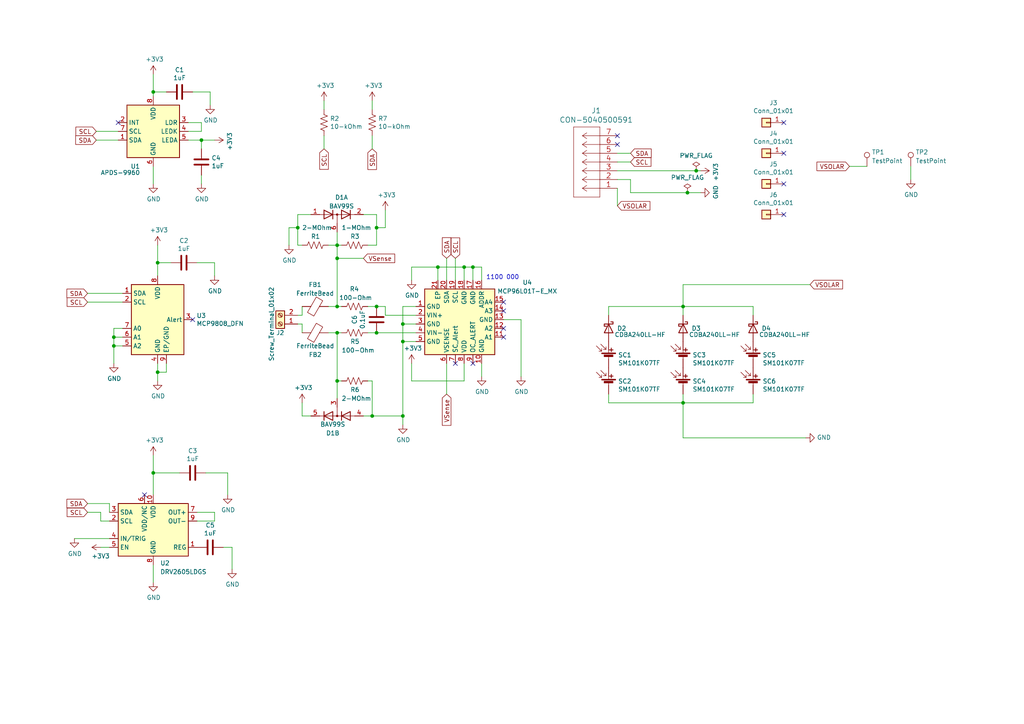
<source format=kicad_sch>
(kicad_sch (version 20211123) (generator eeschema)
  (paper "A4")
  (title_block (title "Solar Panel Board -Z") (date "2022-05-09") (rev "V1") (company "CPP BroncoSpace"))
  (lib_symbols
    (symbol "Connector:Screw_Terminal_01x02" (pin_names (offset 1.016) hide)
      (property "Reference" "J" (at 0 2.54 0))
      (property "Value" "Screw_Terminal_01x02" (at 0 -5.08 0))
      (symbol "Screw_Terminal_01x02_1_1"
        (rectangle (start -1.27 1.27) (end 1.27 -3.81) (stroke (width 0.254)) (fill (type background)))
        (circle (center 0 -2.54) (radius 0.635) (stroke (width 0.1524)))
        (polyline (pts (xy -0.5334 -2.2098) (xy 0.3302 -3.048)) (stroke (width 0.1524)))
        (polyline (pts (xy -0.5334 0.3302) (xy 0.3302 -0.508)) (stroke (width 0.1524)))
        (polyline (pts (xy -0.3556 -2.032) (xy 0.508 -2.8702)) (stroke (width 0.1524)))
        (polyline (pts (xy -0.3556 0.508) (xy 0.508 -0.3302)) (stroke (width 0.1524)))
        (circle (center 0 0) (radius 0.635) (stroke (width 0.1524)))
        (pin passive line (at -5.08 0 0) (length 3.81) (name "Pin_1") (number "1"))
        (pin passive line (at -5.08 -2.54 0) (length 3.81) (name "Pin_2") (number "2"))
      )
    )
    (symbol "Connector:TestPoint" (pin_numbers hide) (pin_names (offset 0.762) hide)
      (property "Reference" "TP" (at 0 6.858 0))
      (property "Value" "TestPoint" (at 0 5.08 0))
      (symbol "TestPoint_0_1"
        (circle (center 0 3.302) (radius 0.762))
      )
      (symbol "TestPoint_1_1"
        (pin passive line (at 0 0 90) (length 2.54) (name "1") (number "1"))
      )
    )
    (symbol "Connector_Generic:Conn_01x01" (pin_names (offset 1.016) hide)
      (property "Reference" "J" (at 0 2.54 0))
      (property "Value" "Conn_01x01" (at 0 -2.54 0))
      (symbol "Conn_01x01_1_1"
        (rectangle (start -1.27 0.127) (end 0 -0.127) (stroke (width 0.1524)))
        (rectangle (start -1.27 1.27) (end 1.27 -1.27) (stroke (width 0.254)) (fill (type background)))
        (pin passive line (at -5.08 0 0) (length 3.81) (name "Pin_1") (number "1"))
      )
    )
    (symbol "Device:C" (pin_numbers hide) (pin_names (offset 0.254))
      (property "Reference" "C" (at 0.635 2.54 0))
      (property "Value" "C" (at 0.635 -2.54 0))
      (symbol "C_0_1"
        (polyline (pts (xy -2.032 -0.762) (xy 2.032 -0.762)) (stroke (width 0.508)))
        (polyline (pts (xy -2.032 0.762) (xy 2.032 0.762)) (stroke (width 0.508)))
      )
      (symbol "C_1_1"
        (pin passive line (at 0 3.81 270) (length 2.794) (name "~") (number "1"))
        (pin passive line (at 0 -3.81 90) (length 2.794) (name "~") (number "2"))
      )
    )
    (symbol "Device:D_Schottky" (pin_numbers hide) (pin_names (offset 1.016) hide)
      (property "Reference" "D" (at 0 2.54 0))
      (property "Value" "D_Schottky" (at 0 -2.54 0))
      (symbol "D_Schottky_0_1"
        (polyline (pts (xy 1.27 0) (xy -1.27 0)))
        (polyline (pts (xy 1.27 1.27) (xy 1.27 -1.27) (xy -1.27 0) (xy 1.27 1.27)) (stroke (width 0.254)))
        (polyline (pts (xy -1.905 0.635) (xy -1.905 1.27) (xy -1.27 1.27) (xy -1.27 -1.27) (xy -0.635 -1.27) (xy -0.635 -0.635)) (stroke (width 0.254)))
      )
      (symbol "D_Schottky_1_1"
        (pin passive line (at -3.81 0 0) (length 2.54) (name "K") (number "1"))
        (pin passive line (at 3.81 0 180) (length 2.54) (name "A") (number "2"))
      )
    )
    (symbol "Device:FerriteBead" (pin_numbers hide) (pin_names (offset 0))
      (property "Reference" "FB" (at -3.81 0.635 90))
      (property "Value" "FerriteBead" (at 3.81 0 90))
      (symbol "FerriteBead_0_1"
        (polyline (pts (xy 0 -1.27) (xy 0 -1.2192)))
        (polyline (pts (xy 0 1.27) (xy 0 1.2954)))
        (polyline (pts (xy -2.7686 0.4064) (xy -1.7018 2.2606) (xy 2.7686 -0.3048) (xy 1.6764 -2.159) (xy -2.7686 0.4064)))
      )
      (symbol "FerriteBead_1_1"
        (pin passive line (at 0 3.81 270) (length 2.54) (name "~") (number "1"))
        (pin passive line (at 0 -3.81 90) (length 2.54) (name "~") (number "2"))
      )
    )
    (symbol "Device:R_US" (pin_numbers hide) (pin_names (offset 0))
      (property "Reference" "R" (at 2.54 0 90))
      (property "Value" "R_US" (at -2.54 0 90))
      (symbol "R_US_0_1"
        (polyline (pts (xy 0 -2.286) (xy 0 -2.54)))
        (polyline (pts (xy 0 2.286) (xy 0 2.54)))
        (polyline (pts (xy 0 -0.762) (xy 1.016 -1.143) (xy 0 -1.524) (xy -1.016 -1.905) (xy 0 -2.286)))
        (polyline (pts (xy 0 0.762) (xy 1.016 0.381) (xy 0 0) (xy -1.016 -0.381) (xy 0 -0.762)))
        (polyline (pts (xy 0 2.286) (xy 1.016 1.905) (xy 0 1.524) (xy -1.016 1.143) (xy 0 0.762)))
      )
      (symbol "R_US_1_1"
        (pin passive line (at 0 3.81 270) (length 1.27) (name "~") (number "1"))
        (pin passive line (at 0 -3.81 90) (length 1.27) (name "~") (number "2"))
      )
    )
    (symbol "Device:Solar_Cell" (pin_numbers hide) (pin_names (offset 0) hide)
      (property "Reference" "SC" (at 2.54 2.54 0))
      (property "Value" "Solar_Cell" (at 2.54 0 0))
      (symbol "Solar_Cell_0_1"
        (rectangle (start -2.032 1.778) (end 2.032 1.524) (fill (type outline)))
        (rectangle (start -1.3208 1.1938) (end 1.27 0.6858) (fill (type outline)))
        (polyline (pts (xy -2.032 2.286) (xy -3.556 3.81)))
        (polyline (pts (xy -0.762 2.794) (xy -2.286 4.318)))
        (polyline (pts (xy 0 0.762) (xy 0 0)))
        (polyline (pts (xy 0 1.778) (xy 0 2.54)))
        (polyline (pts (xy 0.254 2.667) (xy 1.27 2.667)) (stroke (width 0.254)))
        (polyline (pts (xy 0.762 3.175) (xy 0.762 2.159)) (stroke (width 0.254)))
        (polyline (pts (xy -2.032 3.048) (xy -2.032 2.286) (xy -2.794 2.286)))
        (polyline (pts (xy -0.762 3.556) (xy -0.762 2.794) (xy -1.524 2.794)))
      )
      (symbol "Solar_Cell_1_1"
        (pin passive line (at 0 5.08 270) (length 2.54) (name "+") (number "1"))
        (pin passive line (at 0 -2.54 90) (length 2.54) (name "-") (number "2"))
      )
    )
    (symbol "Diode:BAV99S" (pin_names (offset 0.0254) hide)
      (property "Reference" "D" (at 0 2.54 0))
      (property "Value" "BAV99S" (at 0 5.08 0))
      (symbol "BAV99S_0_1"
        (polyline (pts (xy -5.08 0) (xy 5.08 0)))
        (polyline (pts (xy 0 0) (xy 0 -2.54)))
        (polyline (pts (xy -1.27 -1.27) (xy -1.27 1.27) (xy -1.27 1.27)) (stroke (width 0.254)))
        (polyline (pts (xy 3.81 1.27) (xy 3.81 -1.27) (xy 3.81 -1.27)) (stroke (width 0.254)))
        (polyline (pts (xy -3.81 1.27) (xy -1.27 0) (xy -3.81 -1.27) (xy -3.81 1.27) (xy -3.81 1.27) (xy -3.81 1.27)) (stroke (width 0.254)))
        (polyline (pts (xy 1.27 1.27) (xy 3.81 0) (xy 1.27 -1.27) (xy 1.27 1.27) (xy 1.27 1.27) (xy 1.27 1.27)) (stroke (width 0.254)))
        (circle (center 0 0) (radius 0.254) (fill (type outline)))
      )
      (symbol "BAV99S_1_1"
        (polyline (pts (xy 6.35 0) (xy 7.62 0)))
        (pin passive line (at -7.62 0 0) (length 2.54) (name "A1") (number "1"))
        (pin passive line (at 7.62 0 180) (length 2.54) (name "K2") (number "2"))
        (pin passive line (at 0 -5.08 90) (length 2.54) (name "K3A4") (number "6"))
      )
      (symbol "BAV99S_2_1"
        (polyline (pts (xy 6.35 0) (xy 7.62 0)))
        (pin passive line (at 0 -5.08 90) (length 2.54) (name "K1A2") (number "3"))
        (pin passive line (at -7.62 0 0) (length 2.54) (name "A3") (number "4"))
        (pin passive line (at 7.62 0 180) (length 2.54) (name "K4") (number "5"))
      )
    )
    (symbol "Driver_Haptic:DRV2605LDGS"
      (property "Reference" "U" (at -10.16 8.255 0))
      (property "Value" "DRV2605LDGS" (at 2.54 -8.89 0))
      (symbol "DRV2605LDGS_0_1"
        (rectangle (start -10.16 7.62) (end 10.16 -7.62) (stroke (width 0.254)) (fill (type background)))
      )
      (symbol "DRV2605LDGS_1_1"
        (pin passive line (at 12.7 -5.08 180) (length 2.54) (name "REG") (number "1"))
        (pin power_in line (at 0 10.16 270) (length 2.54) (name "VDD") (number "10"))
        (pin input line (at -12.7 2.54 0) (length 2.54) (name "SCL") (number "2"))
        (pin bidirectional line (at -12.7 5.08 0) (length 2.54) (name "SDA") (number "3"))
        (pin input line (at -12.7 -2.54 0) (length 2.54) (name "IN/TRIG") (number "4"))
        (pin input line (at -12.7 -5.08 0) (length 2.54) (name "EN") (number "5"))
        (pin power_in line (at -2.54 10.16 270) (length 2.54) (name "VDD/NC") (number "6"))
        (pin output line (at 12.7 5.08 180) (length 2.54) (name "OUT+") (number "7"))
        (pin power_in line (at 0 -10.16 90) (length 2.54) (name "GND") (number "8"))
        (pin output line (at 12.7 2.54 180) (length 2.54) (name "OUT-") (number "9"))
      )
    )
    (symbol "Sensor_Temperature:MCP9808_DFN"
      (property "Reference" "U" (at -6.35 11.43 0))
      (property "Value" "MCP9808_DFN" (at 10.16 11.43 0))
      (symbol "MCP9808_DFN_0_1"
        (rectangle (start -7.62 10.16) (end 7.62 -10.16) (stroke (width 0.254)) (fill (type background)))
      )
      (symbol "MCP9808_DFN_1_1"
        (pin bidirectional line (at -10.16 7.62 0) (length 2.54) (name "SDA") (number "1"))
        (pin input line (at -10.16 5.08 0) (length 2.54) (name "SCL") (number "2"))
        (pin output line (at 10.16 0 180) (length 2.54) (name "Alert") (number "3"))
        (pin power_in line (at 0 -12.7 90) (length 2.54) (name "GND") (number "4"))
        (pin input line (at -10.16 -7.62 0) (length 2.54) (name "A2") (number "5"))
        (pin input line (at -10.16 -5.08 0) (length 2.54) (name "A1") (number "6"))
        (pin input line (at -10.16 -2.54 0) (length 2.54) (name "A0") (number "7"))
        (pin power_in line (at 0 12.7 270) (length 2.54) (name "VDD") (number "8"))
        (pin power_in line (at 2.54 -12.7 90) (length 2.54) (name "EP/GND") (number "9"))
      )
    )
    (symbol "XYFaces-rescue:APDS-9960-ExtraComponents"
      (property "Reference" "U" (at -7.62 8.89 0))
      (property "Value" "APDS-9960-ExtraComponents" (at 1.27 8.89 0))
      (symbol "APDS-9960-ExtraComponents_0_1"
        (rectangle (start -7.62 7.62) (end 7.62 -7.62) (stroke (width 0.254)) (fill (type background)))
      )
      (symbol "APDS-9960-ExtraComponents_1_1"
        (pin bidirectional line (at -10.16 -2.54 0) (length 2.54) (name "SDA") (number "1"))
        (pin output line (at -10.16 2.54 0) (length 2.54) (name "INT") (number "2"))
        (pin passive line (at 10.16 2.54 180) (length 2.54) (name "LDR") (number "3"))
        (pin passive line (at 10.16 0 180) (length 2.54) (name "LEDK") (number "4"))
        (pin input line (at 10.16 -2.54 180) (length 2.54) (name "LEDA") (number "5"))
        (pin power_in line (at 0 -10.16 90) (length 2.54) (name "GND") (number "6"))
        (pin output line (at -10.16 0 0) (length 2.54) (name "SCL") (number "7"))
        (pin power_in line (at 0 10.16 270) (length 2.54) (name "VDD") (number "8"))
      )
    )
    (symbol "Y2BoardComponents:MCP96L01T-E_MX"
      (property "Reference" "U" (at -10.16 8.255 0))
      (property "Value" "MCP96L01T-E_MX" (at 3.81 -12.7 0))
      (symbol "MCP96L01T-E_MX_0_1"
        (rectangle (start -10.16 7.62) (end 10.16 -11.43) (stroke (width 0.254)) (fill (type background)))
      )
      (symbol "MCP96L01T-E_MX_1_1"
        (pin power_in line (at -12.7 2.54 0) (length 2.54) (name "GND") (number "1"))
        (pin power_in line (at 6.35 -13.97 90) (length 2.54) (name "GND") (number "10"))
        (pin output line (at 12.7 -6.35 180) (length 2.54) (name "A1") (number "11"))
        (pin output line (at 12.7 -3.81 180) (length 2.54) (name "A2") (number "12"))
        (pin power_in line (at 12.7 -1.27 180) (length 2.54) (name "GND") (number "13"))
        (pin output line (at 12.7 1.27 180) (length 2.54) (name "A3") (number "14"))
        (pin output line (at 12.7 3.81 180) (length 2.54) (name "A4") (number "15"))
        (pin input line (at 6.35 10.16 270) (length 2.54) (name "ADDR") (number "16"))
        (pin power_in line (at 3.81 10.16 270) (length 2.54) (name "GND") (number "17"))
        (pin power_in line (at 1.27 10.16 270) (length 2.54) (name "GND") (number "18"))
        (pin input line (at -1.27 10.16 270) (length 2.54) (name "SCL") (number "19"))
        (pin power_in line (at -12.7 0 0) (length 2.54) (name "VIN+") (number "2"))
        (pin input line (at -3.81 10.16 270) (length 2.54) (name "SDA") (number "20"))
        (pin power_in line (at -6.35 10.16 270) (length 2.54) (name "EP") (number "21"))
        (pin power_in line (at -12.7 -2.54 0) (length 2.54) (name "GND") (number "3"))
        (pin power_in line (at -12.7 -5.08 0) (length 2.54) (name "VIN-") (number "4"))
        (pin power_in line (at -12.7 -7.62 0) (length 2.54) (name "GND") (number "5"))
        (pin passive line (at -3.81 -13.97 90) (length 2.54) (name "VSENSE") (number "6"))
        (pin output line (at -1.27 -13.97 90) (length 2.54) (name "SC_Alert") (number "7"))
        (pin power_in line (at 1.27 -13.97 90) (length 2.54) (name "VDD") (number "8"))
        (pin output line (at 3.81 -13.97 90) (length 2.54) (name "OC_ALERT") (number "9"))
      )
    )
    (symbol "power:GND" (power) (pin_names (offset 0))
      (property "Value" "GND" (at 0 -3.81 0))
      (symbol "GND_0_1"
        (polyline (pts (xy 0 0) (xy 0 -1.27) (xy 1.27 -1.27) (xy 0 -2.54) (xy -1.27 -1.27) (xy 0 -1.27)))
      )
      (symbol "GND_1_1"
        (pin power_in line (at 0 0 270) (length 0) hide (name "GND") (number "1"))
      )
    )
    (symbol "power:PWR_FLAG" (power) (pin_numbers hide) (pin_names (offset 0) hide)
      (property "Value" "PWR_FLAG" (at 0 3.81 0))
      (symbol "PWR_FLAG_0_0"
        (pin power_out line (at 0 0 90) (length 0) (name "pwr") (number "1"))
      )
      (symbol "PWR_FLAG_0_1"
        (polyline (pts (xy 0 0) (xy 0 1.27) (xy -1.016 1.905) (xy 0 2.54) (xy 1.016 1.905) (xy 0 1.27)))
      )
    )
    (symbol "solar-panel-side-Z-rescue:+3.3V-power" (power) (pin_names (offset 0))
      (property "Value" "+3.3V-power" (at 0 3.556 0))
      (symbol "+3.3V-power_0_1"
        (polyline (pts (xy -0.762 1.27) (xy 0 2.54)))
        (polyline (pts (xy 0 0) (xy 0 2.54)))
        (polyline (pts (xy 0 2.54) (xy 0.762 1.27)))
      )
      (symbol "+3.3V-power_1_1"
        (pin power_in line (at 0 0 90) (length 0) hide (name "+3V3") (number "1"))
      )
    )
    (symbol "solar-panel-side-Z-rescue:CON-5040500591-ExtraComponents" (pin_names (offset 0.254) hide)
      (property "Reference" "J" (at 8.89 6.35 0))
      (property "Value" "CON-5040500591-ExtraComponents" (at 10.16 -7.62 0))
      (symbol "CON-5040500591-ExtraComponents_1_1"
        (polyline (pts (xy 5.08 -17.78) (xy 12.7 -17.78)) (stroke (width 0.127)))
        (polyline (pts (xy 5.08 2.54) (xy 5.08 -17.78)) (stroke (width 0.127)))
        (polyline (pts (xy 10.16 -15.24) (xy 5.08 -15.24)) (stroke (width 0.127)))
        (polyline (pts (xy 10.16 -15.24) (xy 8.89 -16.0782)) (stroke (width 0.127)))
        (polyline (pts (xy 10.16 -15.24) (xy 8.89 -14.4018)) (stroke (width 0.127)))
        (polyline (pts (xy 10.16 -12.7) (xy 5.08 -12.7)) (stroke (width 0.127)))
        (polyline (pts (xy 10.16 -12.7) (xy 8.89 -13.5382)) (stroke (width 0.127)))
        (polyline (pts (xy 10.16 -12.7) (xy 8.89 -11.8618)) (stroke (width 0.127)))
        (polyline (pts (xy 10.16 -10.16) (xy 5.08 -10.16)) (stroke (width 0.127)))
        (polyline (pts (xy 10.16 -10.16) (xy 8.89 -10.9982)) (stroke (width 0.127)))
        (polyline (pts (xy 10.16 -10.16) (xy 8.89 -9.3218)) (stroke (width 0.127)))
        (polyline (pts (xy 10.16 -7.62) (xy 5.08 -7.62)) (stroke (width 0.127)))
        (polyline (pts (xy 10.16 -7.62) (xy 8.89 -8.4582)) (stroke (width 0.127)))
        (polyline (pts (xy 10.16 -7.62) (xy 8.89 -6.7818)) (stroke (width 0.127)))
        (polyline (pts (xy 10.16 -5.08) (xy 5.08 -5.08)) (stroke (width 0.127)))
        (polyline (pts (xy 10.16 -5.08) (xy 8.89 -5.9182)) (stroke (width 0.127)))
        (polyline (pts (xy 10.16 -5.08) (xy 8.89 -4.2418)) (stroke (width 0.127)))
        (polyline (pts (xy 10.16 -2.54) (xy 5.08 -2.54)) (stroke (width 0.127)))
        (polyline (pts (xy 10.16 -2.54) (xy 8.89 -3.3782)) (stroke (width 0.127)))
        (polyline (pts (xy 10.16 -2.54) (xy 8.89 -1.7018)) (stroke (width 0.127)))
        (polyline (pts (xy 10.16 0) (xy 5.08 0)) (stroke (width 0.127)))
        (polyline (pts (xy 10.16 0) (xy 8.89 -0.8382)) (stroke (width 0.127)))
        (polyline (pts (xy 10.16 0) (xy 8.89 0.8382)) (stroke (width 0.127)))
        (polyline (pts (xy 12.7 -17.78) (xy 12.7 2.54)) (stroke (width 0.127)))
        (polyline (pts (xy 12.7 2.54) (xy 5.08 2.54)) (stroke (width 0.127)))
        (pin unspecified line (at 0 0 0) (length 5.08) (name "1") (number "1"))
        (pin unspecified line (at 0 -2.54 0) (length 5.08) (name "2") (number "2"))
        (pin unspecified line (at 0 -5.08 0) (length 5.08) (name "3") (number "3"))
        (pin unspecified line (at 0 -7.62 0) (length 5.08) (name "4") (number "4"))
        (pin unspecified line (at 0 -10.16 0) (length 5.08) (name "5") (number "5"))
        (pin unspecified line (at 0 -12.7 0) (length 5.08) (name "6") (number "6"))
        (pin unspecified line (at 0 -15.24 0) (length 5.08) (name "7") (number "7"))
      )
    )
  )
  (junction (at 45.72 107.95))
  (junction (at 201.93 49.53))
  (junction (at 109.22 88.9))
  (junction (at 137.16 77.47))
  (junction (at 116.84 93.98))
  (junction (at 97.79 96.52))
  (junction (at 33.02 100.33))
  (junction (at 44.45 137.16))
  (junction (at 199.39 55.88))
  (junction (at 109.22 66.04))
  (junction (at 116.84 120.65))
  (junction (at 198.12 88.9))
  (junction (at 109.22 96.52))
  (junction (at 198.12 116.84))
  (junction (at 97.79 88.9))
  (junction (at 86.36 66.04))
  (junction (at 45.72 76.2))
  (junction (at 127 77.47))
  (junction (at 97.79 110.49))
  (junction (at 134.62 77.47))
  (junction (at 58.42 40.64))
  (junction (at 116.84 99.06))
  (junction (at 44.45 26.67))
  (junction (at 97.79 74.93))
  (junction (at 97.79 71.12))
  (junction (at 107.95 120.65))
  (junction (at 33.02 97.79))
  (no_connect (at 137.16 105.41))
  (no_connect (at 146.05 87.63))
  (no_connect (at 179.07 39.37))
  (no_connect (at 146.05 97.79))
  (no_connect (at 227.33 53.34))
  (no_connect (at 146.05 90.17))
  (no_connect (at 227.33 44.45))
  (no_connect (at 132.08 105.41))
  (no_connect (at 146.05 95.25))
  (no_connect (at 41.91 143.51))
  (no_connect (at 55.88 92.71))
  (no_connect (at 179.07 41.91))
  (no_connect (at 34.29 35.56))
  (no_connect (at 227.33 35.56))
  (no_connect (at 227.33 62.23))
  (wire (pts (xy 146.05 92.71) (xy 151.13 92.71)))
  (wire (pts (xy 25.4 87.63) (xy 35.56 87.63)))
  (wire (pts (xy 198.12 82.55) (xy 234.95 82.55)))
  (wire (pts (xy 44.45 26.67) (xy 44.45 27.94)))
  (wire (pts (xy 116.84 99.06) (xy 120.65 99.06)))
  (wire (pts (xy 107.95 31.75) (xy 107.95 29.21)))
  (wire (pts (xy 90.17 120.65) (xy 87.63 120.65)))
  (wire (pts (xy 48.26 107.95) (xy 45.72 107.95)))
  (wire (pts (xy 33.02 95.25) (xy 33.02 97.79)))
  (wire (pts (xy 134.62 105.41) (xy 134.62 110.49)))
  (wire (pts (xy 29.21 148.59) (xy 29.21 151.13)))
  (wire (pts (xy 86.36 71.12) (xy 87.63 71.12)))
  (wire (pts (xy 44.45 137.16) (xy 44.45 143.51)))
  (wire (pts (xy 107.95 110.49) (xy 107.95 120.65)))
  (wire (pts (xy 129.54 74.93) (xy 129.54 81.28)))
  (wire (pts (xy 31.75 146.05) (xy 31.75 148.59)))
  (wire (pts (xy 62.23 76.2) (xy 62.23 80.01)))
  (wire (pts (xy 137.16 77.47) (xy 139.7 77.47)))
  (wire (pts (xy 198.12 116.84) (xy 218.44 116.84)))
  (wire (pts (xy 58.42 40.64) (xy 62.23 40.64)))
  (wire (pts (xy 86.36 66.04) (xy 83.82 66.04)))
  (wire (pts (xy 45.72 76.2) (xy 45.72 80.01)))
  (wire (pts (xy 97.79 67.31) (xy 97.79 71.12)))
  (wire (pts (xy 116.84 93.98) (xy 116.84 99.06)))
  (wire (pts (xy 86.36 62.23) (xy 90.17 62.23)))
  (wire (pts (xy 106.68 71.12) (xy 109.22 71.12)))
  (wire (pts (xy 109.22 71.12) (xy 109.22 66.04)))
  (wire (pts (xy 139.7 77.47) (xy 139.7 81.28)))
  (wire (pts (xy 97.79 88.9) (xy 97.79 74.93)))
  (wire (pts (xy 251.46 48.26) (xy 246.38 48.26)))
  (wire (pts (xy 48.26 105.41) (xy 48.26 107.95)))
  (wire (pts (xy 55.88 26.67) (xy 60.96 26.67)))
  (wire (pts (xy 129.54 105.41) (xy 129.54 114.3)))
  (wire (pts (xy 111.76 91.44) (xy 111.76 88.9)))
  (wire (pts (xy 120.65 88.9) (xy 116.84 88.9)))
  (wire (pts (xy 60.96 26.67) (xy 60.96 30.48)))
  (wire (pts (xy 86.36 62.23) (xy 86.36 66.04)))
  (wire (pts (xy 86.36 91.44) (xy 87.63 91.44)))
  (wire (pts (xy 97.79 96.52) (xy 99.06 96.52)))
  (wire (pts (xy 44.45 163.83) (xy 44.45 168.91)))
  (wire (pts (xy 33.02 97.79) (xy 33.02 100.33)))
  (wire (pts (xy 201.93 49.53) (xy 203.2 49.53)))
  (wire (pts (xy 198.12 91.44) (xy 198.12 88.9)))
  (wire (pts (xy 97.79 71.12) (xy 95.25 71.12)))
  (wire (pts (xy 57.15 151.13) (xy 62.23 151.13)))
  (wire (pts (xy 198.12 88.9) (xy 218.44 88.9)))
  (wire (pts (xy 97.79 96.52) (xy 97.79 110.49)))
  (wire (pts (xy 119.38 77.47) (xy 119.38 81.28)))
  (wire (pts (xy 86.36 93.98) (xy 87.63 93.98)))
  (wire (pts (xy 107.95 39.37) (xy 107.95 43.18)))
  (wire (pts (xy 25.4 85.09) (xy 35.56 85.09)))
  (wire (pts (xy 57.15 148.59) (xy 62.23 148.59)))
  (wire (pts (xy 106.68 110.49) (xy 107.95 110.49)))
  (wire (pts (xy 27.94 40.64) (xy 34.29 40.64)))
  (wire (pts (xy 58.42 50.8) (xy 58.42 53.34)))
  (wire (pts (xy 139.7 105.41) (xy 139.7 109.22)))
  (wire (pts (xy 25.4 148.59) (xy 29.21 148.59)))
  (wire (pts (xy 87.63 88.9) (xy 87.63 91.44)))
  (wire (pts (xy 179.07 46.99) (xy 182.88 46.99)))
  (wire (pts (xy 116.84 93.98) (xy 120.65 93.98)))
  (wire (pts (xy 45.72 76.2) (xy 49.53 76.2)))
  (wire (pts (xy 45.72 107.95) (xy 45.72 110.49)))
  (wire (pts (xy 151.13 92.71) (xy 151.13 109.22)))
  (wire (pts (xy 198.12 127) (xy 233.68 127)))
  (wire (pts (xy 87.63 116.84) (xy 87.63 120.65)))
  (wire (pts (xy 95.25 96.52) (xy 97.79 96.52)))
  (wire (pts (xy 93.98 31.75) (xy 93.98 29.21)))
  (wire (pts (xy 109.22 66.04) (xy 111.76 66.04)))
  (wire (pts (xy 176.53 88.9) (xy 198.12 88.9)))
  (wire (pts (xy 97.79 110.49) (xy 97.79 115.57)))
  (wire (pts (xy 44.45 21.59) (xy 44.45 26.67)))
  (wire (pts (xy 120.65 91.44) (xy 111.76 91.44)))
  (wire (pts (xy 54.61 35.56) (xy 58.42 35.56)))
  (wire (pts (xy 58.42 40.64) (xy 58.42 43.18)))
  (wire (pts (xy 29.21 158.75) (xy 31.75 158.75)))
  (wire (pts (xy 25.4 146.05) (xy 31.75 146.05)))
  (wire (pts (xy 93.98 43.18) (xy 93.98 39.37)))
  (wire (pts (xy 198.12 127) (xy 198.12 116.84)))
  (wire (pts (xy 127 77.47) (xy 119.38 77.47)))
  (wire (pts (xy 116.84 99.06) (xy 116.84 120.65)))
  (wire (pts (xy 107.95 120.65) (xy 116.84 120.65)))
  (wire (pts (xy 44.45 137.16) (xy 52.07 137.16)))
  (wire (pts (xy 176.53 116.84) (xy 198.12 116.84)))
  (wire (pts (xy 45.72 71.12) (xy 45.72 76.2)))
  (wire (pts (xy 107.95 120.65) (xy 105.41 120.65)))
  (wire (pts (xy 97.79 88.9) (xy 99.06 88.9)))
  (wire (pts (xy 58.42 38.1) (xy 54.61 38.1)))
  (wire (pts (xy 198.12 116.84) (xy 198.12 114.3)))
  (wire (pts (xy 59.69 137.16) (xy 66.04 137.16)))
  (wire (pts (xy 83.82 66.04) (xy 83.82 71.12)))
  (wire (pts (xy 182.88 55.88) (xy 199.39 55.88)))
  (wire (pts (xy 97.79 71.12) (xy 97.79 74.93)))
  (wire (pts (xy 116.84 88.9) (xy 116.84 93.98)))
  (wire (pts (xy 137.16 81.28) (xy 137.16 77.47)))
  (wire (pts (xy 134.62 77.47) (xy 134.62 81.28)))
  (wire (pts (xy 66.04 137.16) (xy 66.04 143.51)))
  (wire (pts (xy 182.88 52.07) (xy 182.88 55.88)))
  (wire (pts (xy 29.21 151.13) (xy 31.75 151.13)))
  (wire (pts (xy 137.16 77.47) (xy 134.62 77.47)))
  (wire (pts (xy 109.22 88.9) (xy 111.76 88.9)))
  (wire (pts (xy 127 77.47) (xy 127 81.28)))
  (wire (pts (xy 64.77 158.75) (xy 67.31 158.75)))
  (wire (pts (xy 44.45 26.67) (xy 48.26 26.67)))
  (wire (pts (xy 132.08 74.93) (xy 132.08 81.28)))
  (wire (pts (xy 119.38 110.49) (xy 119.38 105.41)))
  (wire (pts (xy 58.42 35.56) (xy 58.42 38.1)))
  (wire (pts (xy 176.53 88.9) (xy 176.53 91.44)))
  (wire (pts (xy 35.56 97.79) (xy 33.02 97.79)))
  (wire (pts (xy 198.12 88.9) (xy 198.12 82.55)))
  (wire (pts (xy 105.41 62.23) (xy 109.22 62.23)))
  (wire (pts (xy 134.62 77.47) (xy 127 77.47)))
  (wire (pts (xy 218.44 116.84) (xy 218.44 114.3)))
  (wire (pts (xy 87.63 96.52) (xy 87.63 93.98)))
  (wire (pts (xy 199.39 55.88) (xy 203.2 55.88)))
  (wire (pts (xy 62.23 151.13) (xy 62.23 148.59)))
  (wire (pts (xy 179.07 54.61) (xy 179.07 59.69)))
  (wire (pts (xy 109.22 96.52) (xy 120.65 96.52)))
  (wire (pts (xy 116.84 120.65) (xy 116.84 123.19)))
  (wire (pts (xy 44.45 132.08) (xy 44.45 137.16)))
  (wire (pts (xy 218.44 91.44) (xy 218.44 88.9)))
  (wire (pts (xy 27.94 38.1) (xy 34.29 38.1)))
  (wire (pts (xy 179.07 49.53) (xy 201.93 49.53)))
  (wire (pts (xy 21.59 156.21) (xy 31.75 156.21)))
  (wire (pts (xy 67.31 158.75) (xy 67.31 165.1)))
  (wire (pts (xy 99.06 110.49) (xy 97.79 110.49)))
  (wire (pts (xy 33.02 100.33) (xy 33.02 105.41)))
  (wire (pts (xy 45.72 105.41) (xy 45.72 107.95)))
  (wire (pts (xy 106.68 96.52) (xy 109.22 96.52)))
  (wire (pts (xy 97.79 74.93) (xy 105.41 74.93)))
  (wire (pts (xy 35.56 95.25) (xy 33.02 95.25)))
  (wire (pts (xy 97.79 71.12) (xy 99.06 71.12)))
  (wire (pts (xy 106.68 88.9) (xy 109.22 88.9)))
  (wire (pts (xy 35.56 100.33) (xy 33.02 100.33)))
  (wire (pts (xy 179.07 52.07) (xy 182.88 52.07)))
  (wire (pts (xy 57.15 76.2) (xy 62.23 76.2)))
  (wire (pts (xy 95.25 88.9) (xy 97.79 88.9)))
  (wire (pts (xy 109.22 66.04) (xy 109.22 62.23)))
  (wire (pts (xy 111.76 66.04) (xy 111.76 60.96)))
  (wire (pts (xy 86.36 66.04) (xy 86.36 71.12)))
  (wire (pts (xy 134.62 110.49) (xy 119.38 110.49)))
  (wire (pts (xy 264.16 48.26) (xy 264.16 52.07)))
  (wire (pts (xy 44.45 48.26) (xy 44.45 53.34)))
  (wire (pts (xy 176.53 116.84) (xy 176.53 114.3)))
  (wire (pts (xy 54.61 40.64) (xy 58.42 40.64)))
  (wire (pts (xy 179.07 44.45) (xy 182.88 44.45)))
  (text "1100 000" (at 140.97 81.28 0) (effects (font (size 1.27 1.27)) (justify left bottom)))
  (global_label "SCL" (shape input) (at 25.4 87.63 180) (property "Intersheet References" "${INTERSHEET_REFS}" (effects hide)))
  (global_label "SDA" (shape input) (at 107.95 43.18 270) (property "Intersheet References" "${INTERSHEET_REFS}" (effects hide)))
  (global_label "SDA" (shape input) (at 27.94 40.64 180) (property "Intersheet References" "${INTERSHEET_REFS}" (effects hide)))
  (global_label "SCL" (shape input) (at 182.88 46.99 0) (property "Intersheet References" "${INTERSHEET_REFS}" (effects hide)))
  (global_label "SCL" (shape input) (at 93.98 43.18 270) (property "Intersheet References" "${INTERSHEET_REFS}" (effects hide)))
  (global_label "VSOLAR" (shape input) (at 234.95 82.55 0) (property "Intersheet References" "${INTERSHEET_REFS}" (effects hide)))
  (global_label "SCL" (shape input) (at 25.4 148.59 180) (property "Intersheet References" "${INTERSHEET_REFS}" (effects hide)))
  (global_label "VSense" (shape input) (at 105.41 74.93 0) (property "Intersheet References" "${INTERSHEET_REFS}" (effects hide)))
  (global_label "SDA" (shape input) (at 129.54 74.93 90) (property "Intersheet References" "${INTERSHEET_REFS}" (effects hide)))
  (global_label "VSense" (shape input) (at 129.54 114.3 270) (property "Intersheet References" "${INTERSHEET_REFS}" (effects hide)))
  (global_label "SDA" (shape input) (at 25.4 146.05 180) (property "Intersheet References" "${INTERSHEET_REFS}" (effects hide)))
  (global_label "VSOLAR" (shape input) (at 246.38 48.26 180) (property "Intersheet References" "${INTERSHEET_REFS}" (effects hide)))
  (global_label "VSOLAR" (shape input) (at 179.07 59.69 0) (property "Intersheet References" "${INTERSHEET_REFS}" (effects hide)))
  (global_label "SDA" (shape input) (at 25.4 85.09 180) (property "Intersheet References" "${INTERSHEET_REFS}" (effects hide)))
  (global_label "SDA" (shape input) (at 182.88 44.45 0) (property "Intersheet References" "${INTERSHEET_REFS}" (effects hide)))
  (global_label "SCL" (shape input) (at 132.08 74.93 90) (property "Intersheet References" "${INTERSHEET_REFS}" (effects hide)))
  (global_label "SCL" (shape input) (at 27.94 38.1 180) (property "Intersheet References" "${INTERSHEET_REFS}" (effects hide)))
  (symbol (lib_id "Device:D_Schottky") (at 176.53 95.25 270) (unit 1)
    (property "Reference" "D2" (at 180.34 95.25 90))
    (property "Value" "CDBA240LL-HF" (at 193.04 97.79 90) (effects (justify right bottom)))
    (property "Footprint" "SolarPanelBoards:DO-214AC" (effects hide))
  )
  (symbol (lib_id "Device:Solar_Cell") (at 176.53 111.76 0) (unit 1)
    (property "Reference" "SC2" (at 179.2732 110.5916 0) (effects (justify left)))
    (property "Value" "SM101K07TF" (at 179.2732 112.903 0) (effects (justify left)))
    (property "Footprint" "SolarPanelBoards:KXOB101K08F-TR" (effects hide))
  )
  (symbol (lib_id "Device:Solar_Cell") (at 198.12 104.14 0) (unit 1)
    (property "Reference" "SC3" (at 200.8632 102.9716 0) (effects (justify left)))
    (property "Value" "SM101K07TF" (at 200.8632 105.283 0) (effects (justify left)))
    (property "Footprint" "SolarPanelBoards:KXOB101K08F-TR" (effects hide))
  )
  (symbol (lib_id "Device:Solar_Cell") (at 198.12 111.76 0) (unit 1)
    (property "Reference" "SC4" (at 200.8632 110.5916 0) (effects (justify left)))
    (property "Value" "SM101K07TF" (at 200.8632 112.903 0) (effects (justify left)))
    (property "Footprint" "SolarPanelBoards:KXOB101K08F-TR" (effects hide))
  )
  (symbol (lib_id "Device:Solar_Cell") (at 176.53 104.14 0) (unit 1)
    (property "Reference" "SC1" (at 179.2732 102.9716 0) (effects (justify left)))
    (property "Value" "SM101K07TF" (at 179.2732 105.283 0) (effects (justify left)))
    (property "Footprint" "SolarPanelBoards:KXOB101K08F-TR" (effects hide))
  )
  (symbol (lib_id "Device:D_Schottky") (at 198.12 95.25 270) (unit 1)
    (property "Reference" "D3" (at 201.93 95.25 90))
    (property "Value" "CDBA240LL-HF" (at 214.63 97.79 90) (effects (justify right bottom)))
    (property "Footprint" "SolarPanelBoards:DO-214AC" (effects hide))
  )
  (symbol (lib_id "power:GND") (at 233.68 127 90) (unit 1)
    (property "Reference" "#PWR023" (effects hide))
    (property "Value" "GND" (at 236.9312 126.873 90) (effects (justify right)))
  )
  (symbol (lib_id "solar-panel-side-Z-rescue:+3.3V-power") (at 203.2 49.53 270) (unit 1)
    (property "Reference" "#PWR021" (effects hide))
    (property "Value" "+3.3V" (at 207.5942 49.911 0))
  )
  (symbol (lib_id "power:PWR_FLAG") (at 201.93 49.53 0) (unit 1)
    (property "Reference" "#FLG02" (effects hide))
    (property "Value" "PWR_FLAG" (at 201.93 45.1358 0))
  )
  (symbol (lib_id "power:PWR_FLAG") (at 199.39 55.88 0) (unit 1)
    (property "Reference" "#FLG01" (effects hide))
    (property "Value" "PWR_FLAG" (at 199.39 51.4858 0))
  )
  (symbol (lib_id "power:GND") (at 203.2 55.88 90) (unit 1)
    (property "Reference" "#PWR022" (effects hide))
    (property "Value" "GND" (at 207.5942 55.753 0))
  )
  (symbol (lib_id "Device:Solar_Cell") (at 218.44 111.76 0) (unit 1)
    (property "Reference" "SC6" (at 221.1832 110.5916 0) (effects (justify left)))
    (property "Value" "SM101K07TF" (at 221.1832 112.903 0) (effects (justify left)))
    (property "Footprint" "SolarPanelBoards:KXOB101K08F-TR" (effects hide))
  )
  (symbol (lib_id "Device:Solar_Cell") (at 218.44 104.14 0) (unit 1)
    (property "Reference" "SC5" (at 221.1832 102.9716 0) (effects (justify left)))
    (property "Value" "SM101K07TF" (at 221.1832 105.283 0) (effects (justify left)))
    (property "Footprint" "SolarPanelBoards:KXOB101K08F-TR" (effects hide))
  )
  (symbol (lib_id "Device:D_Schottky") (at 218.44 95.25 270) (unit 1)
    (property "Reference" "D4" (at 222.25 95.25 90))
    (property "Value" "CDBA240LL-HF" (at 234.95 97.79 90) (effects (justify right bottom)))
    (property "Footprint" "SolarPanelBoards:DO-214AC" (effects hide))
  )
  (symbol (lib_id "solar-panel-side-Z-rescue:CON-5040500591-ExtraComponents") (at 179.07 54.61 180) (unit 1)
    (property "Reference" "J1" (at 172.9232 32.0802 0) (effects (font (size 1.524 1.524))))
    (property "Value" "CON-5040500591" (at 172.9232 34.7726 0) (effects (font (size 1.524 1.524))))
    (property "Footprint" "SolarPanelBoards:CON_5040500591" (effects hide))
  )
  (symbol (lib_id "Connector_Generic:Conn_01x01") (at 222.25 35.56 180) (unit 1)
    (property "Reference" "J3" (at 224.3328 29.845 0))
    (property "Value" "Conn_01x01" (at 224.3328 32.1564 0))
    (property "Footprint" "SolarPanelBoards:MountingHoles" (effects hide))
  )
  (symbol (lib_id "Connector_Generic:Conn_01x01") (at 222.25 44.45 180) (unit 1)
    (property "Reference" "J4" (at 224.3328 38.735 0))
    (property "Value" "Conn_01x01" (at 224.3328 41.0464 0))
    (property "Footprint" "SolarPanelBoards:MountingHoles" (effects hide))
  )
  (symbol (lib_id "Connector_Generic:Conn_01x01") (at 222.25 53.34 180) (unit 1)
    (property "Reference" "J5" (at 224.3328 47.625 0))
    (property "Value" "Conn_01x01" (at 224.3328 49.9364 0))
    (property "Footprint" "SolarPanelBoards:MountingHoles" (effects hide))
  )
  (symbol (lib_id "Connector_Generic:Conn_01x01") (at 222.25 62.23 180) (unit 1)
    (property "Reference" "J6" (at 224.3328 56.515 0))
    (property "Value" "Conn_01x01" (at 224.3328 58.8264 0))
    (property "Footprint" "SolarPanelBoards:MountingHoles" (effects hide))
  )
  (symbol (lib_id "Device:C") (at 58.42 46.99 180) (unit 1)
    (property "Reference" "C4" (at 61.341 45.8216 0) (effects (justify right)))
    (property "Value" "1uF" (at 61.341 48.133 0) (effects (justify right)))
    (property "Footprint" "Capacitor_SMD:C_0805_2012Metric" (effects hide))
  )
  (symbol (lib_id "power:GND") (at 62.23 80.01 0) (unit 1)
    (property "Reference" "#PWR010" (effects hide))
    (property "Value" "GND" (at 62.357 84.4042 0))
  )
  (symbol (lib_id "Device:C") (at 55.88 137.16 90) (unit 1)
    (property "Reference" "C3" (at 55.88 130.7592 90))
    (property "Value" "1uF" (at 55.88 133.0706 90))
    (property "Footprint" "Capacitor_SMD:C_0805_2012Metric" (effects hide))
  )
  (symbol (lib_id "solar-panel-side-Z-rescue:+3.3V-power") (at 119.38 105.41 0) (unit 1)
    (property "Reference" "#PWR018" (effects hide))
    (property "Value" "+3.3V" (at 119.761 101.0158 0))
  )
  (symbol (lib_id "power:GND") (at 44.45 168.91 0) (unit 1)
    (property "Reference" "#PWR06" (effects hide))
    (property "Value" "GND" (at 44.577 173.3042 0))
  )
  (symbol (lib_id "solar-panel-side-Z-rescue:+3.3V-power") (at 111.76 60.96 0) (unit 1)
    (property "Reference" "#PWR015" (effects hide))
    (property "Value" "+3.3V" (at 112.141 56.5658 0))
  )
  (symbol (lib_id "Device:FerriteBead") (at 91.44 96.52 90) (unit 1)
    (property "Reference" "FB2" (at 91.44 102.87 90))
    (property "Value" "FerriteBead" (at 91.44 100.33 90))
    (property "Footprint" "Resistor_SMD:R_0603_1608Metric" (effects hide))
  )
  (symbol (lib_id "solar-panel-side-Z-rescue:+3.3V-power") (at 87.63 116.84 0) (unit 1)
    (property "Reference" "#PWR014" (effects hide))
    (property "Value" "+3.3V" (at 88.011 112.4458 0))
  )
  (symbol (lib_id "power:GND") (at 151.13 109.22 0) (unit 1)
    (property "Reference" "#PWR020" (effects hide))
    (property "Value" "GND" (at 151.257 113.6142 0))
  )
  (symbol (lib_id "Device:C") (at 109.22 92.71 180) (unit 1)
    (property "Reference" "C6" (at 102.8192 92.71 90))
    (property "Value" "0.1uF" (at 105.1306 92.71 90))
    (property "Footprint" "Capacitor_SMD:C_0805_2012Metric" (effects hide))
  )
  (symbol (lib_id "Y2BoardComponents:MCP96L01T-E_MX") (at 133.35 91.44 0) (unit 1)
    (property "Reference" "U4" (at 152.939 81.9235 0))
    (property "Value" "MCP96L01T-E_MX" (at 152.939 84.4604 0))
    (property "Footprint" "SolarPanelBoards:MCP96L01T-E_MX" (effects hide))
  )
  (symbol (lib_id "solar-panel-side-Z-rescue:+3.3V-power") (at 62.23 40.64 270) (unit 1)
    (property "Reference" "#PWR?" (effects hide))
    (property "Value" "+3.3V" (at 66.6242 41.021 0))
  )
  (symbol (lib_id "solar-panel-side-Z-rescue:+3.3V-power") (at 29.21 158.75 90) (unit 1)
    (property "Reference" "#PWR02" (effects hide))
    (property "Value" "+3.3V" (at 29.21 161.29 90))
  )
  (symbol (lib_id "solar-panel-side-Z-rescue:+3.3V-power") (at 107.95 29.21 0) (unit 1)
    (property "Reference" "#PWR?" (effects hide))
    (property "Value" "+3.3V" (at 108.331 24.8158 0))
  )
  (symbol (lib_id "solar-panel-side-Z-rescue:+3.3V-power") (at 93.98 29.21 0) (unit 1)
    (property "Reference" "#PWR?" (effects hide))
    (property "Value" "+3.3V" (at 94.361 24.8158 0))
  )
  (symbol (lib_id "power:GND") (at 58.42 53.34 0) (unit 1)
    (property "Reference" "#PWR08" (effects hide))
    (property "Value" "GND" (at 58.547 57.7342 0))
  )
  (symbol (lib_id "power:GND") (at 83.82 71.12 0) (unit 1)
    (property "Reference" "#PWR013" (effects hide))
    (property "Value" "GND" (at 83.947 75.5142 0))
  )
  (symbol (lib_id "power:GND") (at 60.96 30.48 0) (unit 1)
    (property "Reference" "#PWR09" (effects hide))
    (property "Value" "GND" (at 61.087 34.8742 0))
  )
  (symbol (lib_id "Diode:BAV99S") (at 97.79 120.65 180) (unit 2)
    (property "Reference" "D1" (at 96.52 125.6198 0))
    (property "Value" "BAV99S" (at 96.52 123.0829 0))
    (property "Footprint" "Package_TO_SOT_SMD:SOT-363_SC-70-6" (effects hide))
    (property "Datasheet" "https://assets.nexperia.com/documents/data-sheet/BAV99_SER.pdf" (effects hide))
  )
  (symbol (lib_id "power:GND") (at 264.16 52.07 0) (unit 1)
    (property "Reference" "#PWR025" (effects hide))
    (property "Value" "GND" (at 264.287 56.4642 0))
  )
  (symbol (lib_id "Device:R_US") (at 91.44 71.12 270) (unit 1)
    (property "Reference" "R1" (at 90.17 68.58 90) (effects (justify left)))
    (property "Value" "2-MOhm" (at 87.63 66.04 90) (effects (justify left)))
    (property "Footprint" "Resistor_SMD:R_0603_1608Metric" (effects hide))
  )
  (symbol (lib_id "Connector:TestPoint") (at 264.16 48.26 0) (unit 1)
    (property "Reference" "TP2" (at 265.557 44.1233 0) (effects (justify left)))
    (property "Value" "TestPoint" (at 265.557 46.6602 0) (effects (justify left)))
    (property "Footprint" "SolarPanelBoards:Test Pad" (effects hide))
  )
  (symbol (lib_id "Device:R_US") (at 93.98 35.56 0) (unit 1)
    (property "Reference" "R2" (at 95.7072 34.3916 0) (effects (justify left)))
    (property "Value" "10-kOhm" (at 95.7072 36.703 0) (effects (justify left)))
    (property "Footprint" "Resistor_SMD:R_0603_1608Metric" (effects hide))
  )
  (symbol (lib_id "Device:R_US") (at 102.87 88.9 90) (unit 1)
    (property "Reference" "R4" (at 104.14 83.82 90) (effects (justify left)))
    (property "Value" "100-Ohm" (at 107.95 86.36 90) (effects (justify left)))
    (property "Footprint" "Resistor_SMD:R_0603_1608Metric" (effects hide))
  )
  (symbol (lib_id "Driver_Haptic:DRV2605LDGS") (at 44.45 153.67 0) (unit 1)
    (property "Reference" "U2" (at 46.4694 163.3204 0) (effects (justify left)))
    (property "Value" "DRV2605LDGS" (at 46.4694 165.8573 0) (effects (justify left)))
    (property "Footprint" "Package_SO:VSSOP-10_3x3mm_P0.5mm" (effects hide))
    (property "Datasheet" "http://www.ti.com/lit/ds/symlink/drv2605l.pdf" (effects hide))
  )
  (symbol (lib_id "power:GND") (at 67.31 165.1 0) (unit 1)
    (property "Reference" "#PWR012" (effects hide))
    (property "Value" "GND" (at 67.437 169.4942 0))
  )
  (symbol (lib_id "XYFaces-rescue:APDS-9960-ExtraComponents") (at 44.45 38.1 0) (unit 1)
    (property "Reference" "U1" (at 40.64 48.26 0) (effects (justify right)))
    (property "Value" "APDS-9960" (at 40.64 50.8 0) (effects (justify right bottom)))
    (property "Footprint" "SolarPanelBoards:APDS-9960" (effects hide))
    (property "Datasheet" "https://docs.broadcom.com/docs/AV02-2315EN" (effects hide))
  )
  (symbol (lib_id "Device:C") (at 52.07 26.67 90) (unit 1)
    (property "Reference" "C1" (at 52.07 20.2692 90))
    (property "Value" "1uF" (at 52.07 22.5806 90))
    (property "Footprint" "Capacitor_SMD:C_0805_2012Metric" (effects hide))
  )
  (symbol (lib_id "Device:C") (at 60.96 158.75 90) (unit 1)
    (property "Reference" "C5" (at 60.96 152.3492 90))
    (property "Value" "1uF" (at 60.96 154.6606 90))
    (property "Footprint" "Capacitor_SMD:C_0805_2012Metric" (effects hide))
  )
  (symbol (lib_id "Connector:Screw_Terminal_01x02") (at 81.28 93.98 180) (unit 1)
    (property "Reference" "J2" (at 81.28 96.52 0))
    (property "Value" "Screw_Terminal_01x02" (at 78.74 93.98 90))
    (property "Footprint" "SolarPanelBoards:ScrewTerminal" (effects hide))
  )
  (symbol (lib_id "power:GND") (at 66.04 143.51 0) (unit 1)
    (property "Reference" "#PWR011" (effects hide))
    (property "Value" "GND" (at 66.167 147.9042 0))
  )
  (symbol (lib_id "Connector:TestPoint") (at 251.46 48.26 0) (unit 1)
    (property "Reference" "TP1" (at 252.857 44.1233 0) (effects (justify left)))
    (property "Value" "TestPoint" (at 252.857 46.6602 0) (effects (justify left)))
    (property "Footprint" "SolarPanelBoards:Test Pad" (effects hide))
  )
  (symbol (lib_id "power:GND") (at 44.45 53.34 0) (unit 1)
    (property "Reference" "#PWR04" (effects hide))
    (property "Value" "GND" (at 44.577 57.7342 0))
  )
  (symbol (lib_id "power:GND") (at 116.84 123.19 0) (unit 1)
    (property "Reference" "#PWR016" (effects hide))
    (property "Value" "GND" (at 116.967 127.5842 0))
  )
  (symbol (lib_id "Device:FerriteBead") (at 91.44 88.9 90) (unit 1)
    (property "Reference" "FB1" (at 91.3892 82.5586 90))
    (property "Value" "FerriteBead" (at 91.3892 85.0955 90))
    (property "Footprint" "Resistor_SMD:R_0603_1608Metric" (effects hide))
  )
  (symbol (lib_id "Device:R_US") (at 102.87 71.12 270) (unit 1)
    (property "Reference" "R3" (at 101.6 68.58 90) (effects (justify left)))
    (property "Value" "1-MOhm" (at 99.06 66.04 90) (effects (justify left)))
    (property "Footprint" "Resistor_SMD:R_0603_1608Metric" (effects hide))
  )
  (symbol (lib_id "power:GND") (at 45.72 110.49 0) (unit 1)
    (property "Reference" "#PWR07" (effects hide))
    (property "Value" "GND" (at 45.847 114.8842 0))
  )
  (symbol (lib_id "power:GND") (at 21.59 156.21 0) (unit 1)
    (property "Reference" "#PWR01" (effects hide))
    (property "Value" "GND" (at 21.717 160.6042 0))
  )
  (symbol (lib_id "Diode:BAV99S") (at 97.79 62.23 0) (unit 1)
    (property "Reference" "D1" (at 99.06 57.2602 0))
    (property "Value" "BAV99S" (at 99.06 59.7971 0))
    (property "Footprint" "Package_TO_SOT_SMD:SOT-363_SC-70-6" (effects hide))
    (property "Datasheet" "https://assets.nexperia.com/documents/data-sheet/BAV99_SER.pdf" (effects hide))
  )
  (symbol (lib_id "power:GND") (at 119.38 81.28 0) (unit 1)
    (property "Reference" "#PWR017" (effects hide))
    (property "Value" "GND" (at 119.507 85.6742 0))
  )
  (symbol (lib_id "Sensor_Temperature:MCP9808_DFN") (at 45.72 92.71 0) (unit 1)
    (property "Reference" "U3" (at 56.9976 91.5416 0) (effects (justify left)))
    (property "Value" "MCP9808_DFN" (at 56.9976 93.853 0) (effects (justify left)))
    (property "Footprint" "SolarPanelBoards:MCP9808-NoLeadPackage" (effects hide))
    (property "Datasheet" "http://ww1.microchip.com/downloads/en/DeviceDoc/MCP9808-0.5C-Maximum-Accuracy-Digital-Temperature-Sensor-Data-Sheet-DS20005095B.pdf" (effects hide))
  )
  (symbol (lib_id "power:GND") (at 33.02 105.41 0) (unit 1)
    (property "Reference" "#PWR03" (effects hide))
    (property "Value" "GND" (at 33.147 109.8042 0))
  )
  (symbol (lib_id "solar-panel-side-Z-rescue:+3.3V-power") (at 45.72 71.12 0) (unit 1)
    (property "Reference" "#PWR?" (effects hide))
    (property "Value" "+3.3V" (at 46.101 66.7258 0))
  )
  (symbol (lib_id "solar-panel-side-Z-rescue:+3.3V-power") (at 44.45 21.59 0) (unit 1)
    (property "Reference" "#PWR?" (effects hide))
    (property "Value" "+3.3V" (at 44.831 17.1958 0))
  )
  (symbol (lib_id "Device:R_US") (at 102.87 96.52 270) (unit 1)
    (property "Reference" "R5" (at 101.6 99.06 90) (effects (justify left)))
    (property "Value" "100-Ohm" (at 99.06 101.6 90) (effects (justify left)))
    (property "Footprint" "Resistor_SMD:R_0603_1608Metric" (effects hide))
  )
  (symbol (lib_id "Device:R_US") (at 102.87 110.49 270) (unit 1)
    (property "Reference" "R6" (at 101.6 113.03 90) (effects (justify left)))
    (property "Value" "2-MOhm" (at 99.06 115.57 90) (effects (justify left)))
    (property "Footprint" "Resistor_SMD:R_0603_1608Metric" (effects hide))
  )
  (symbol (lib_id "Device:C") (at 53.34 76.2 90) (unit 1)
    (property "Reference" "C2" (at 53.34 69.7992 90))
    (property "Value" "1uF" (at 53.34 72.1106 90))
    (property "Footprint" "Capacitor_SMD:C_0805_2012Metric" (effects hide))
  )
  (symbol (lib_id "Device:R_US") (at 107.95 35.56 0) (unit 1)
    (property "Reference" "R7" (at 109.6772 34.3916 0) (effects (justify left)))
    (property "Value" "10-kOhm" (at 109.6772 36.703 0) (effects (justify left)))
    (property "Footprint" "Resistor_SMD:R_0603_1608Metric" (effects hide))
  )
  (symbol (lib_id "solar-panel-side-Z-rescue:+3.3V-power") (at 44.45 132.08 0) (unit 1)
    (property "Reference" "#PWR05" (effects hide))
    (property "Value" "+3.3V" (at 44.831 127.6858 0))
  )
  (symbol (lib_id "power:GND") (at 139.7 109.22 0) (unit 1)
    (property "Reference" "#PWR019" (effects hide))
    (property "Value" "GND" (at 139.827 113.6142 0))
  )
)
</source>
